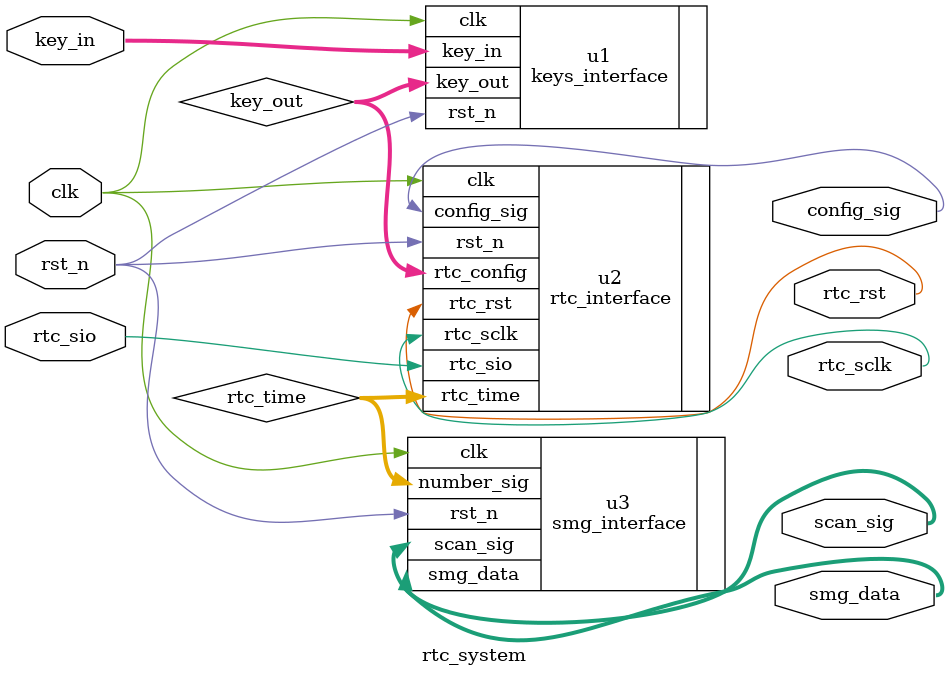
<source format=v>


module rtc_system
(
    input clk,
    input rst_n,
    //keys
    input [3:0] key_in,
    //rtc
    output rtc_sclk,
    inout rtc_sio,
    output rtc_rst,

    //digital
    output [7:0] smg_data,
    output [5:0] scan_sig,
    
    //index configuration
    output config_sig
);

    wire [3:0] key_out;
    wire [23:0] rtc_time;
    
    
    keys_interface u1
    (
        .clk(clk),
        .rst_n(rst_n),
        .key_in(key_in),
        .key_out(key_out)
    );
    
    
    rtc_interface u2
    (
        .clk(clk),
        .rst_n(rst_n),
        .rtc_config(key_out),
        .rtc_time(rtc_time),
        .rtc_sclk(rtc_sclk),
        .rtc_rst(rtc_rst),
        .rtc_sio(rtc_sio),
        .config_sig(config_sig)
    );
    
    
    smg_interface u3
    (
        .clk(clk),
        .rst_n(rst_n),
        .number_sig(rtc_time),
        .smg_data(smg_data),
        .scan_sig(scan_sig)
    );


endmodule


</source>
